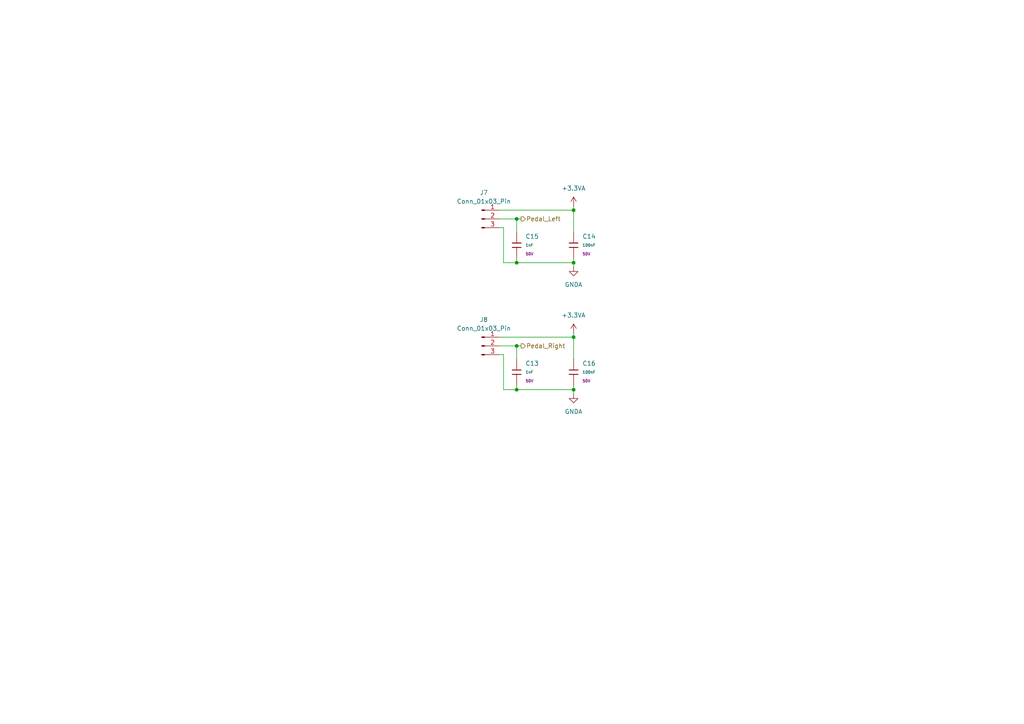
<source format=kicad_sch>
(kicad_sch
	(version 20250114)
	(generator "eeschema")
	(generator_version "9.0")
	(uuid "899a82dd-1867-4c0f-b8cc-f16aad67616f")
	(paper "A4")
	(title_block
		(title "Pedals")
		(date "2025-11-01")
		(rev "0")
		(company "Solar Energy Racers")
	)
	(lib_symbols
		(symbol "Connector:Conn_01x03_Pin"
			(pin_names
				(offset 1.016)
				(hide yes)
			)
			(exclude_from_sim no)
			(in_bom yes)
			(on_board yes)
			(property "Reference" "J"
				(at 0 5.08 0)
				(effects
					(font
						(size 1.27 1.27)
					)
				)
			)
			(property "Value" "Conn_01x03_Pin"
				(at 0 -5.08 0)
				(effects
					(font
						(size 1.27 1.27)
					)
				)
			)
			(property "Footprint" ""
				(at 0 0 0)
				(effects
					(font
						(size 1.27 1.27)
					)
					(hide yes)
				)
			)
			(property "Datasheet" "~"
				(at 0 0 0)
				(effects
					(font
						(size 1.27 1.27)
					)
					(hide yes)
				)
			)
			(property "Description" "Generic connector, single row, 01x03, script generated"
				(at 0 0 0)
				(effects
					(font
						(size 1.27 1.27)
					)
					(hide yes)
				)
			)
			(property "ki_locked" ""
				(at 0 0 0)
				(effects
					(font
						(size 1.27 1.27)
					)
				)
			)
			(property "ki_keywords" "connector"
				(at 0 0 0)
				(effects
					(font
						(size 1.27 1.27)
					)
					(hide yes)
				)
			)
			(property "ki_fp_filters" "Connector*:*_1x??_*"
				(at 0 0 0)
				(effects
					(font
						(size 1.27 1.27)
					)
					(hide yes)
				)
			)
			(symbol "Conn_01x03_Pin_1_1"
				(rectangle
					(start 0.8636 2.667)
					(end 0 2.413)
					(stroke
						(width 0.1524)
						(type default)
					)
					(fill
						(type outline)
					)
				)
				(rectangle
					(start 0.8636 0.127)
					(end 0 -0.127)
					(stroke
						(width 0.1524)
						(type default)
					)
					(fill
						(type outline)
					)
				)
				(rectangle
					(start 0.8636 -2.413)
					(end 0 -2.667)
					(stroke
						(width 0.1524)
						(type default)
					)
					(fill
						(type outline)
					)
				)
				(polyline
					(pts
						(xy 1.27 2.54) (xy 0.8636 2.54)
					)
					(stroke
						(width 0.1524)
						(type default)
					)
					(fill
						(type none)
					)
				)
				(polyline
					(pts
						(xy 1.27 0) (xy 0.8636 0)
					)
					(stroke
						(width 0.1524)
						(type default)
					)
					(fill
						(type none)
					)
				)
				(polyline
					(pts
						(xy 1.27 -2.54) (xy 0.8636 -2.54)
					)
					(stroke
						(width 0.1524)
						(type default)
					)
					(fill
						(type none)
					)
				)
				(pin passive line
					(at 5.08 2.54 180)
					(length 3.81)
					(name "Pin_1"
						(effects
							(font
								(size 1.27 1.27)
							)
						)
					)
					(number "1"
						(effects
							(font
								(size 1.27 1.27)
							)
						)
					)
				)
				(pin passive line
					(at 5.08 0 180)
					(length 3.81)
					(name "Pin_2"
						(effects
							(font
								(size 1.27 1.27)
							)
						)
					)
					(number "2"
						(effects
							(font
								(size 1.27 1.27)
							)
						)
					)
				)
				(pin passive line
					(at 5.08 -2.54 180)
					(length 3.81)
					(name "Pin_3"
						(effects
							(font
								(size 1.27 1.27)
							)
						)
					)
					(number "3"
						(effects
							(font
								(size 1.27 1.27)
							)
						)
					)
				)
			)
			(embedded_fonts no)
		)
		(symbol "PCM_JLCPCB-Capacitors:0603,100nF"
			(pin_numbers
				(hide yes)
			)
			(pin_names
				(offset 0)
			)
			(exclude_from_sim no)
			(in_bom yes)
			(on_board yes)
			(property "Reference" "C"
				(at 2.032 1.668 0)
				(effects
					(font
						(size 1.27 1.27)
					)
					(justify left)
				)
			)
			(property "Value" "100nF"
				(at 2.032 -0.3782 0)
				(effects
					(font
						(size 0.8 0.8)
					)
					(justify left)
				)
			)
			(property "Footprint" "PCM_JLCPCB:C_0603"
				(at -1.778 0 90)
				(effects
					(font
						(size 1.27 1.27)
					)
					(hide yes)
				)
			)
			(property "Datasheet" "https://www.lcsc.com/datasheet/lcsc_datasheet_2211101700_YAGEO-CC0603KRX7R9BB104_C14663.pdf"
				(at 0 0 0)
				(effects
					(font
						(size 1.27 1.27)
					)
					(hide yes)
				)
			)
			(property "Description" "50V 100nF X7R ±10% 0603 Multilayer Ceramic Capacitors MLCC - SMD/SMT ROHS"
				(at 0 0 0)
				(effects
					(font
						(size 1.27 1.27)
					)
					(hide yes)
				)
			)
			(property "LCSC" "C14663"
				(at 0 0 0)
				(effects
					(font
						(size 1.27 1.27)
					)
					(hide yes)
				)
			)
			(property "Stock" "70324515"
				(at 0 0 0)
				(effects
					(font
						(size 1.27 1.27)
					)
					(hide yes)
				)
			)
			(property "Price" "0.006USD"
				(at 0 0 0)
				(effects
					(font
						(size 1.27 1.27)
					)
					(hide yes)
				)
			)
			(property "Process" "SMT"
				(at 0 0 0)
				(effects
					(font
						(size 1.27 1.27)
					)
					(hide yes)
				)
			)
			(property "Minimum Qty" "20"
				(at 0 0 0)
				(effects
					(font
						(size 1.27 1.27)
					)
					(hide yes)
				)
			)
			(property "Attrition Qty" "10"
				(at 0 0 0)
				(effects
					(font
						(size 1.27 1.27)
					)
					(hide yes)
				)
			)
			(property "Class" "Basic Component"
				(at 0 0 0)
				(effects
					(font
						(size 1.27 1.27)
					)
					(hide yes)
				)
			)
			(property "Category" "Capacitors,Multilayer Ceramic Capacitors MLCC - SMD/SMT"
				(at 0 0 0)
				(effects
					(font
						(size 1.27 1.27)
					)
					(hide yes)
				)
			)
			(property "Manufacturer" "YAGEO"
				(at 0 0 0)
				(effects
					(font
						(size 1.27 1.27)
					)
					(hide yes)
				)
			)
			(property "Part" "CC0603KRX7R9BB104"
				(at 0 0 0)
				(effects
					(font
						(size 1.27 1.27)
					)
					(hide yes)
				)
			)
			(property "Voltage Rated" "50V"
				(at 2.032 -2.0462 0)
				(effects
					(font
						(size 0.8 0.8)
					)
					(justify left)
				)
			)
			(property "Tolerance" "±10%"
				(at 0 0 0)
				(effects
					(font
						(size 1.27 1.27)
					)
					(hide yes)
				)
			)
			(property "Capacitance" "100nF"
				(at 0 0 0)
				(effects
					(font
						(size 1.27 1.27)
					)
					(hide yes)
				)
			)
			(property "Temperature Coefficient" "X7R"
				(at 0 0 0)
				(effects
					(font
						(size 1.27 1.27)
					)
					(hide yes)
				)
			)
			(property "ki_fp_filters" "C_*"
				(at 0 0 0)
				(effects
					(font
						(size 1.27 1.27)
					)
					(hide yes)
				)
			)
			(symbol "0603,100nF_0_1"
				(polyline
					(pts
						(xy -1.27 0.635) (xy 1.27 0.635)
					)
					(stroke
						(width 0.254)
						(type default)
					)
					(fill
						(type none)
					)
				)
				(polyline
					(pts
						(xy -1.27 -0.635) (xy 1.27 -0.635)
					)
					(stroke
						(width 0.254)
						(type default)
					)
					(fill
						(type none)
					)
				)
			)
			(symbol "0603,100nF_1_1"
				(pin passive line
					(at 0 3.81 270)
					(length 3.175)
					(name "~"
						(effects
							(font
								(size 1.27 1.27)
							)
						)
					)
					(number "1"
						(effects
							(font
								(size 1.27 1.27)
							)
						)
					)
				)
				(pin passive line
					(at 0 -3.81 90)
					(length 3.175)
					(name "~"
						(effects
							(font
								(size 1.27 1.27)
							)
						)
					)
					(number "2"
						(effects
							(font
								(size 1.27 1.27)
							)
						)
					)
				)
			)
			(embedded_fonts no)
		)
		(symbol "PCM_JLCPCB-Capacitors:0603,1nF"
			(pin_numbers
				(hide yes)
			)
			(pin_names
				(offset 0)
			)
			(exclude_from_sim no)
			(in_bom yes)
			(on_board yes)
			(property "Reference" "C"
				(at 2.032 1.668 0)
				(effects
					(font
						(size 1.27 1.27)
					)
					(justify left)
				)
			)
			(property "Value" "1nF"
				(at 2.032 -0.3782 0)
				(effects
					(font
						(size 0.8 0.8)
					)
					(justify left)
				)
			)
			(property "Footprint" "PCM_JLCPCB:C_0603"
				(at -1.778 0 90)
				(effects
					(font
						(size 1.27 1.27)
					)
					(hide yes)
				)
			)
			(property "Datasheet" "https://www.lcsc.com/datasheet/lcsc_datasheet_2304140030_Samsung-Electro-Mechanics-CL10B102KB8NNNC_C1588.pdf"
				(at 0 0 0)
				(effects
					(font
						(size 1.27 1.27)
					)
					(hide yes)
				)
			)
			(property "Description" "50V 1nF X7R ±10% 0603 Multilayer Ceramic Capacitors MLCC - SMD/SMT ROHS"
				(at 0 0 0)
				(effects
					(font
						(size 1.27 1.27)
					)
					(hide yes)
				)
			)
			(property "LCSC" "C1588"
				(at 0 0 0)
				(effects
					(font
						(size 1.27 1.27)
					)
					(hide yes)
				)
			)
			(property "Stock" "6068974"
				(at 0 0 0)
				(effects
					(font
						(size 1.27 1.27)
					)
					(hide yes)
				)
			)
			(property "Price" "0.006USD"
				(at 0 0 0)
				(effects
					(font
						(size 1.27 1.27)
					)
					(hide yes)
				)
			)
			(property "Process" "SMT"
				(at 0 0 0)
				(effects
					(font
						(size 1.27 1.27)
					)
					(hide yes)
				)
			)
			(property "Minimum Qty" "20"
				(at 0 0 0)
				(effects
					(font
						(size 1.27 1.27)
					)
					(hide yes)
				)
			)
			(property "Attrition Qty" "10"
				(at 0 0 0)
				(effects
					(font
						(size 1.27 1.27)
					)
					(hide yes)
				)
			)
			(property "Class" "Basic Component"
				(at 0 0 0)
				(effects
					(font
						(size 1.27 1.27)
					)
					(hide yes)
				)
			)
			(property "Category" "Capacitors,Multilayer Ceramic Capacitors MLCC - SMD/SMT"
				(at 0 0 0)
				(effects
					(font
						(size 1.27 1.27)
					)
					(hide yes)
				)
			)
			(property "Manufacturer" "Samsung Electro-Mechanics"
				(at 0 0 0)
				(effects
					(font
						(size 1.27 1.27)
					)
					(hide yes)
				)
			)
			(property "Part" "CL10B102KB8NNNC"
				(at 0 0 0)
				(effects
					(font
						(size 1.27 1.27)
					)
					(hide yes)
				)
			)
			(property "Voltage Rated" "50V"
				(at 2.032 -2.0462 0)
				(effects
					(font
						(size 0.8 0.8)
					)
					(justify left)
				)
			)
			(property "Tolerance" "±10%"
				(at 0 0 0)
				(effects
					(font
						(size 1.27 1.27)
					)
					(hide yes)
				)
			)
			(property "Capacitance" "1nF"
				(at 0 0 0)
				(effects
					(font
						(size 1.27 1.27)
					)
					(hide yes)
				)
			)
			(property "Temperature Coefficient" "X7R"
				(at 0 0 0)
				(effects
					(font
						(size 1.27 1.27)
					)
					(hide yes)
				)
			)
			(property "ki_fp_filters" "C_*"
				(at 0 0 0)
				(effects
					(font
						(size 1.27 1.27)
					)
					(hide yes)
				)
			)
			(symbol "0603,1nF_0_1"
				(polyline
					(pts
						(xy -1.27 0.635) (xy 1.27 0.635)
					)
					(stroke
						(width 0.254)
						(type default)
					)
					(fill
						(type none)
					)
				)
				(polyline
					(pts
						(xy -1.27 -0.635) (xy 1.27 -0.635)
					)
					(stroke
						(width 0.254)
						(type default)
					)
					(fill
						(type none)
					)
				)
			)
			(symbol "0603,1nF_1_1"
				(pin passive line
					(at 0 3.81 270)
					(length 3.175)
					(name "~"
						(effects
							(font
								(size 1.27 1.27)
							)
						)
					)
					(number "1"
						(effects
							(font
								(size 1.27 1.27)
							)
						)
					)
				)
				(pin passive line
					(at 0 -3.81 90)
					(length 3.175)
					(name "~"
						(effects
							(font
								(size 1.27 1.27)
							)
						)
					)
					(number "2"
						(effects
							(font
								(size 1.27 1.27)
							)
						)
					)
				)
			)
			(embedded_fonts no)
		)
		(symbol "power:+3.3VA"
			(power)
			(pin_numbers
				(hide yes)
			)
			(pin_names
				(offset 0)
				(hide yes)
			)
			(exclude_from_sim no)
			(in_bom yes)
			(on_board yes)
			(property "Reference" "#PWR"
				(at 0 -3.81 0)
				(effects
					(font
						(size 1.27 1.27)
					)
					(hide yes)
				)
			)
			(property "Value" "+3.3VA"
				(at 0 3.556 0)
				(effects
					(font
						(size 1.27 1.27)
					)
				)
			)
			(property "Footprint" ""
				(at 0 0 0)
				(effects
					(font
						(size 1.27 1.27)
					)
					(hide yes)
				)
			)
			(property "Datasheet" ""
				(at 0 0 0)
				(effects
					(font
						(size 1.27 1.27)
					)
					(hide yes)
				)
			)
			(property "Description" "Power symbol creates a global label with name \"+3.3VA\""
				(at 0 0 0)
				(effects
					(font
						(size 1.27 1.27)
					)
					(hide yes)
				)
			)
			(property "ki_keywords" "global power"
				(at 0 0 0)
				(effects
					(font
						(size 1.27 1.27)
					)
					(hide yes)
				)
			)
			(symbol "+3.3VA_0_1"
				(polyline
					(pts
						(xy -0.762 1.27) (xy 0 2.54)
					)
					(stroke
						(width 0)
						(type default)
					)
					(fill
						(type none)
					)
				)
				(polyline
					(pts
						(xy 0 2.54) (xy 0.762 1.27)
					)
					(stroke
						(width 0)
						(type default)
					)
					(fill
						(type none)
					)
				)
				(polyline
					(pts
						(xy 0 0) (xy 0 2.54)
					)
					(stroke
						(width 0)
						(type default)
					)
					(fill
						(type none)
					)
				)
			)
			(symbol "+3.3VA_1_1"
				(pin power_in line
					(at 0 0 90)
					(length 0)
					(name "~"
						(effects
							(font
								(size 1.27 1.27)
							)
						)
					)
					(number "1"
						(effects
							(font
								(size 1.27 1.27)
							)
						)
					)
				)
			)
			(embedded_fonts no)
		)
		(symbol "power:GNDA"
			(power)
			(pin_numbers
				(hide yes)
			)
			(pin_names
				(offset 0)
				(hide yes)
			)
			(exclude_from_sim no)
			(in_bom yes)
			(on_board yes)
			(property "Reference" "#PWR"
				(at 0 -6.35 0)
				(effects
					(font
						(size 1.27 1.27)
					)
					(hide yes)
				)
			)
			(property "Value" "GNDA"
				(at 0 -3.81 0)
				(effects
					(font
						(size 1.27 1.27)
					)
				)
			)
			(property "Footprint" ""
				(at 0 0 0)
				(effects
					(font
						(size 1.27 1.27)
					)
					(hide yes)
				)
			)
			(property "Datasheet" ""
				(at 0 0 0)
				(effects
					(font
						(size 1.27 1.27)
					)
					(hide yes)
				)
			)
			(property "Description" "Power symbol creates a global label with name \"GNDA\" , analog ground"
				(at 0 0 0)
				(effects
					(font
						(size 1.27 1.27)
					)
					(hide yes)
				)
			)
			(property "ki_keywords" "global power"
				(at 0 0 0)
				(effects
					(font
						(size 1.27 1.27)
					)
					(hide yes)
				)
			)
			(symbol "GNDA_0_1"
				(polyline
					(pts
						(xy 0 0) (xy 0 -1.27) (xy 1.27 -1.27) (xy 0 -2.54) (xy -1.27 -1.27) (xy 0 -1.27)
					)
					(stroke
						(width 0)
						(type default)
					)
					(fill
						(type none)
					)
				)
			)
			(symbol "GNDA_1_1"
				(pin power_in line
					(at 0 0 270)
					(length 0)
					(name "~"
						(effects
							(font
								(size 1.27 1.27)
							)
						)
					)
					(number "1"
						(effects
							(font
								(size 1.27 1.27)
							)
						)
					)
				)
			)
			(embedded_fonts no)
		)
	)
	(junction
		(at 166.37 113.03)
		(diameter 0)
		(color 0 0 0 0)
		(uuid "466289f9-bcc2-4a31-8479-7da64fc4fe19")
	)
	(junction
		(at 149.86 76.2)
		(diameter 0)
		(color 0 0 0 0)
		(uuid "5248a156-3ce8-4afb-85f1-5987c731f5c9")
	)
	(junction
		(at 166.37 97.79)
		(diameter 0)
		(color 0 0 0 0)
		(uuid "5e0a0fa3-ec9e-4407-a40b-4ce6f4cdfcdc")
	)
	(junction
		(at 149.86 100.33)
		(diameter 0)
		(color 0 0 0 0)
		(uuid "9099a601-86fc-42a3-96a1-af8974d0dcf8")
	)
	(junction
		(at 166.37 76.2)
		(diameter 0)
		(color 0 0 0 0)
		(uuid "9453a4d5-c03b-476d-a552-4dc9e39d7dab")
	)
	(junction
		(at 149.86 63.5)
		(diameter 0)
		(color 0 0 0 0)
		(uuid "c3f30a58-6edc-4d87-ab10-29001a79aed7")
	)
	(junction
		(at 149.86 113.03)
		(diameter 0)
		(color 0 0 0 0)
		(uuid "d15f038d-84f3-4a61-a9cf-724b13ec1090")
	)
	(junction
		(at 166.37 60.96)
		(diameter 0)
		(color 0 0 0 0)
		(uuid "f7db53b8-cbdb-427d-9381-3774d3955763")
	)
	(wire
		(pts
			(xy 149.86 63.5) (xy 151.13 63.5)
		)
		(stroke
			(width 0)
			(type default)
		)
		(uuid "087312d7-685d-4fd0-88de-071abf8a84ae")
	)
	(wire
		(pts
			(xy 149.86 76.2) (xy 166.37 76.2)
		)
		(stroke
			(width 0)
			(type default)
		)
		(uuid "0b28740c-9f6a-49bf-936d-f3d6a5c4c113")
	)
	(wire
		(pts
			(xy 149.86 74.93) (xy 149.86 76.2)
		)
		(stroke
			(width 0)
			(type default)
		)
		(uuid "1239d0f2-21dd-4674-8c6e-0d4cf74db2ee")
	)
	(wire
		(pts
			(xy 149.86 113.03) (xy 166.37 113.03)
		)
		(stroke
			(width 0)
			(type default)
		)
		(uuid "24da7d24-6636-4045-b5bd-1a88dc3cabdb")
	)
	(wire
		(pts
			(xy 146.05 102.87) (xy 144.78 102.87)
		)
		(stroke
			(width 0)
			(type default)
		)
		(uuid "27670426-32cb-4126-bb55-6239eda6605f")
	)
	(wire
		(pts
			(xy 149.86 100.33) (xy 151.13 100.33)
		)
		(stroke
			(width 0)
			(type default)
		)
		(uuid "2b35c5e5-4505-4929-9cb8-7c3d7fd1d94c")
	)
	(wire
		(pts
			(xy 146.05 76.2) (xy 146.05 66.04)
		)
		(stroke
			(width 0)
			(type default)
		)
		(uuid "318ffe95-972f-4b7a-a7c2-ba3a7df7b4f7")
	)
	(wire
		(pts
			(xy 146.05 76.2) (xy 149.86 76.2)
		)
		(stroke
			(width 0)
			(type default)
		)
		(uuid "3943ff96-186a-4a4b-bca3-2bff626e38ea")
	)
	(wire
		(pts
			(xy 149.86 111.76) (xy 149.86 113.03)
		)
		(stroke
			(width 0)
			(type default)
		)
		(uuid "3ef65f2b-9145-4e98-9d7a-abc331697679")
	)
	(wire
		(pts
			(xy 166.37 60.96) (xy 166.37 67.31)
		)
		(stroke
			(width 0)
			(type default)
		)
		(uuid "4f736a1e-a2d6-432e-b148-766475c57f06")
	)
	(wire
		(pts
			(xy 144.78 60.96) (xy 166.37 60.96)
		)
		(stroke
			(width 0)
			(type default)
		)
		(uuid "5d2f192d-2afe-410e-843a-33cc53d6330e")
	)
	(wire
		(pts
			(xy 144.78 63.5) (xy 149.86 63.5)
		)
		(stroke
			(width 0)
			(type default)
		)
		(uuid "65108bbf-6e45-4133-86f0-0bc416ae38fe")
	)
	(wire
		(pts
			(xy 166.37 113.03) (xy 166.37 114.3)
		)
		(stroke
			(width 0)
			(type default)
		)
		(uuid "806b9737-6913-4dd8-b7c5-97bf104d750d")
	)
	(wire
		(pts
			(xy 146.05 113.03) (xy 149.86 113.03)
		)
		(stroke
			(width 0)
			(type default)
		)
		(uuid "8d36323d-8ff2-4ce0-b8fd-4c98a95d445b")
	)
	(wire
		(pts
			(xy 146.05 66.04) (xy 144.78 66.04)
		)
		(stroke
			(width 0)
			(type default)
		)
		(uuid "9dfc265d-b727-4fe4-9ca6-cb713f23a1fe")
	)
	(wire
		(pts
			(xy 144.78 100.33) (xy 149.86 100.33)
		)
		(stroke
			(width 0)
			(type default)
		)
		(uuid "ae70e30d-f0e7-4737-afc0-85b6a2904200")
	)
	(wire
		(pts
			(xy 146.05 113.03) (xy 146.05 102.87)
		)
		(stroke
			(width 0)
			(type default)
		)
		(uuid "b51085eb-df9c-45f4-afa5-d26421a8aa1f")
	)
	(wire
		(pts
			(xy 166.37 74.93) (xy 166.37 76.2)
		)
		(stroke
			(width 0)
			(type default)
		)
		(uuid "b8005ddd-433c-4b1b-9e26-7ec50004c0cd")
	)
	(wire
		(pts
			(xy 166.37 76.2) (xy 166.37 77.47)
		)
		(stroke
			(width 0)
			(type default)
		)
		(uuid "bd148646-de0d-40e1-919d-8e38761698be")
	)
	(wire
		(pts
			(xy 166.37 97.79) (xy 166.37 96.52)
		)
		(stroke
			(width 0)
			(type default)
		)
		(uuid "c5c02bda-c8e9-4115-88cc-93368f398b73")
	)
	(wire
		(pts
			(xy 166.37 60.96) (xy 166.37 59.69)
		)
		(stroke
			(width 0)
			(type default)
		)
		(uuid "d478d396-a9f8-4069-a72f-6cbe88e073cb")
	)
	(wire
		(pts
			(xy 166.37 111.76) (xy 166.37 113.03)
		)
		(stroke
			(width 0)
			(type default)
		)
		(uuid "d5ad302b-bbe6-4560-bc0e-9b661ab0ea7d")
	)
	(wire
		(pts
			(xy 149.86 63.5) (xy 149.86 67.31)
		)
		(stroke
			(width 0)
			(type default)
		)
		(uuid "d6b3bfe6-026b-465a-831e-c6cc55abd627")
	)
	(wire
		(pts
			(xy 166.37 97.79) (xy 166.37 104.14)
		)
		(stroke
			(width 0)
			(type default)
		)
		(uuid "d85ebb97-9283-42c7-a7d9-6206efbd6f9f")
	)
	(wire
		(pts
			(xy 144.78 97.79) (xy 166.37 97.79)
		)
		(stroke
			(width 0)
			(type default)
		)
		(uuid "e55672af-a3e6-4f5c-8320-c8225da9f4ea")
	)
	(wire
		(pts
			(xy 149.86 100.33) (xy 149.86 104.14)
		)
		(stroke
			(width 0)
			(type default)
		)
		(uuid "fff37aee-9543-4a39-afa1-44a8ef772939")
	)
	(hierarchical_label "Pedal_Left"
		(shape output)
		(at 151.13 63.5 0)
		(effects
			(font
				(size 1.27 1.27)
			)
			(justify left)
		)
		(uuid "06076839-9db8-4de0-8cfa-8b4c21eba1ed")
	)
	(hierarchical_label "Pedal_Right"
		(shape output)
		(at 151.13 100.33 0)
		(effects
			(font
				(size 1.27 1.27)
			)
			(justify left)
		)
		(uuid "41b811f5-6864-4558-a49f-af999a7de84c")
	)
	(symbol
		(lib_id "power:+3.3VA")
		(at 166.37 59.69 0)
		(unit 1)
		(exclude_from_sim no)
		(in_bom yes)
		(on_board yes)
		(dnp no)
		(fields_autoplaced yes)
		(uuid "339ca95a-671c-48c2-95de-92fc278858c1")
		(property "Reference" "#PWR068"
			(at 166.37 63.5 0)
			(effects
				(font
					(size 1.27 1.27)
				)
				(hide yes)
			)
		)
		(property "Value" "+3.3VA"
			(at 166.37 54.61 0)
			(effects
				(font
					(size 1.27 1.27)
				)
			)
		)
		(property "Footprint" ""
			(at 166.37 59.69 0)
			(effects
				(font
					(size 1.27 1.27)
				)
				(hide yes)
			)
		)
		(property "Datasheet" ""
			(at 166.37 59.69 0)
			(effects
				(font
					(size 1.27 1.27)
				)
				(hide yes)
			)
		)
		(property "Description" "Power symbol creates a global label with name \"+3.3VA\""
			(at 166.37 59.69 0)
			(effects
				(font
					(size 1.27 1.27)
				)
				(hide yes)
			)
		)
		(pin "1"
			(uuid "656bce11-a943-426a-aa20-84c2fa42b542")
		)
		(instances
			(project "AuxController"
				(path "/9544068f-39f5-4662-8d0e-f77047cf820d/60171490-a463-49e0-9341-08c0e14b5a8d"
					(reference "#PWR068")
					(unit 1)
				)
			)
		)
	)
	(symbol
		(lib_id "power:GNDA")
		(at 166.37 114.3 0)
		(unit 1)
		(exclude_from_sim no)
		(in_bom yes)
		(on_board yes)
		(dnp no)
		(fields_autoplaced yes)
		(uuid "5ec2adb5-39aa-40f3-93ca-d33fe439fe24")
		(property "Reference" "#PWR071"
			(at 166.37 120.65 0)
			(effects
				(font
					(size 1.27 1.27)
				)
				(hide yes)
			)
		)
		(property "Value" "GNDA"
			(at 166.37 119.38 0)
			(effects
				(font
					(size 1.27 1.27)
				)
			)
		)
		(property "Footprint" ""
			(at 166.37 114.3 0)
			(effects
				(font
					(size 1.27 1.27)
				)
				(hide yes)
			)
		)
		(property "Datasheet" ""
			(at 166.37 114.3 0)
			(effects
				(font
					(size 1.27 1.27)
				)
				(hide yes)
			)
		)
		(property "Description" "Power symbol creates a global label with name \"GNDA\" , analog ground"
			(at 166.37 114.3 0)
			(effects
				(font
					(size 1.27 1.27)
				)
				(hide yes)
			)
		)
		(pin "1"
			(uuid "21e4d104-76ea-4ade-aa17-03c16d2b13e1")
		)
		(instances
			(project ""
				(path "/9544068f-39f5-4662-8d0e-f77047cf820d/60171490-a463-49e0-9341-08c0e14b5a8d"
					(reference "#PWR071")
					(unit 1)
				)
			)
		)
	)
	(symbol
		(lib_id "PCM_JLCPCB-Capacitors:0603,1nF")
		(at 149.86 71.12 0)
		(unit 1)
		(exclude_from_sim no)
		(in_bom yes)
		(on_board yes)
		(dnp no)
		(fields_autoplaced yes)
		(uuid "6658a2f9-fa60-4138-a181-7c6863a85833")
		(property "Reference" "C15"
			(at 152.4 68.5799 0)
			(effects
				(font
					(size 1.27 1.27)
				)
				(justify left)
			)
		)
		(property "Value" "1nF"
			(at 152.4 71.12 0)
			(effects
				(font
					(size 0.8 0.8)
				)
				(justify left)
			)
		)
		(property "Footprint" "PCM_JLCPCB:C_0603"
			(at 148.082 71.12 90)
			(effects
				(font
					(size 1.27 1.27)
				)
				(hide yes)
			)
		)
		(property "Datasheet" "https://www.lcsc.com/datasheet/lcsc_datasheet_2304140030_Samsung-Electro-Mechanics-CL10B102KB8NNNC_C1588.pdf"
			(at 149.86 71.12 0)
			(effects
				(font
					(size 1.27 1.27)
				)
				(hide yes)
			)
		)
		(property "Description" "50V 1nF X7R ±10% 0603 Multilayer Ceramic Capacitors MLCC - SMD/SMT ROHS"
			(at 149.86 71.12 0)
			(effects
				(font
					(size 1.27 1.27)
				)
				(hide yes)
			)
		)
		(property "LCSC" "C1588"
			(at 149.86 71.12 0)
			(effects
				(font
					(size 1.27 1.27)
				)
				(hide yes)
			)
		)
		(property "Stock" "6068974"
			(at 149.86 71.12 0)
			(effects
				(font
					(size 1.27 1.27)
				)
				(hide yes)
			)
		)
		(property "Price" "0.006USD"
			(at 149.86 71.12 0)
			(effects
				(font
					(size 1.27 1.27)
				)
				(hide yes)
			)
		)
		(property "Process" "SMT"
			(at 149.86 71.12 0)
			(effects
				(font
					(size 1.27 1.27)
				)
				(hide yes)
			)
		)
		(property "Minimum Qty" "20"
			(at 149.86 71.12 0)
			(effects
				(font
					(size 1.27 1.27)
				)
				(hide yes)
			)
		)
		(property "Attrition Qty" "10"
			(at 149.86 71.12 0)
			(effects
				(font
					(size 1.27 1.27)
				)
				(hide yes)
			)
		)
		(property "Class" "Basic Component"
			(at 149.86 71.12 0)
			(effects
				(font
					(size 1.27 1.27)
				)
				(hide yes)
			)
		)
		(property "Category" "Capacitors,Multilayer Ceramic Capacitors MLCC - SMD/SMT"
			(at 149.86 71.12 0)
			(effects
				(font
					(size 1.27 1.27)
				)
				(hide yes)
			)
		)
		(property "Manufacturer" "Samsung Electro-Mechanics"
			(at 149.86 71.12 0)
			(effects
				(font
					(size 1.27 1.27)
				)
				(hide yes)
			)
		)
		(property "Part" "CL10B102KB8NNNC"
			(at 149.86 71.12 0)
			(effects
				(font
					(size 1.27 1.27)
				)
				(hide yes)
			)
		)
		(property "Voltage Rated" "50V"
			(at 152.4 73.66 0)
			(effects
				(font
					(size 0.8 0.8)
				)
				(justify left)
			)
		)
		(property "Tolerance" "±10%"
			(at 149.86 71.12 0)
			(effects
				(font
					(size 1.27 1.27)
				)
				(hide yes)
			)
		)
		(property "Capacitance" "1nF"
			(at 149.86 71.12 0)
			(effects
				(font
					(size 1.27 1.27)
				)
				(hide yes)
			)
		)
		(property "Temperature Coefficient" "X7R"
			(at 149.86 71.12 0)
			(effects
				(font
					(size 1.27 1.27)
				)
				(hide yes)
			)
		)
		(pin "2"
			(uuid "90717c98-0c1c-45de-83e2-2a9773595334")
		)
		(pin "1"
			(uuid "b5255201-df63-4597-be87-c928a540c3cb")
		)
		(instances
			(project ""
				(path "/9544068f-39f5-4662-8d0e-f77047cf820d/60171490-a463-49e0-9341-08c0e14b5a8d"
					(reference "C15")
					(unit 1)
				)
			)
		)
	)
	(symbol
		(lib_id "Connector:Conn_01x03_Pin")
		(at 139.7 100.33 0)
		(unit 1)
		(exclude_from_sim no)
		(in_bom yes)
		(on_board yes)
		(dnp no)
		(fields_autoplaced yes)
		(uuid "6f8c488c-5135-40f6-8971-5fdf2a4e59a7")
		(property "Reference" "J8"
			(at 140.335 92.71 0)
			(effects
				(font
					(size 1.27 1.27)
				)
			)
		)
		(property "Value" "Conn_01x03_Pin"
			(at 140.335 95.25 0)
			(effects
				(font
					(size 1.27 1.27)
				)
			)
		)
		(property "Footprint" "Connector_PinHeader_2.54mm:PinHeader_1x03_P2.54mm_Vertical"
			(at 139.7 100.33 0)
			(effects
				(font
					(size 1.27 1.27)
				)
				(hide yes)
			)
		)
		(property "Datasheet" "~"
			(at 139.7 100.33 0)
			(effects
				(font
					(size 1.27 1.27)
				)
				(hide yes)
			)
		)
		(property "Description" "Generic connector, single row, 01x03, script generated"
			(at 139.7 100.33 0)
			(effects
				(font
					(size 1.27 1.27)
				)
				(hide yes)
			)
		)
		(pin "2"
			(uuid "8438778d-541f-4d03-9904-202163a3cd3c")
		)
		(pin "1"
			(uuid "6f9d40a8-5787-49e7-901e-1f118f2e0552")
		)
		(pin "3"
			(uuid "3c2a1ad5-48bb-4c1a-b551-a9020cc8b537")
		)
		(instances
			(project "AuxController"
				(path "/9544068f-39f5-4662-8d0e-f77047cf820d/60171490-a463-49e0-9341-08c0e14b5a8d"
					(reference "J8")
					(unit 1)
				)
			)
		)
	)
	(symbol
		(lib_id "PCM_JLCPCB-Capacitors:0603,100nF")
		(at 166.37 71.12 0)
		(unit 1)
		(exclude_from_sim no)
		(in_bom yes)
		(on_board yes)
		(dnp no)
		(fields_autoplaced yes)
		(uuid "793c972b-c52a-4f4b-a385-b3dbe783afdb")
		(property "Reference" "C14"
			(at 168.91 68.5799 0)
			(effects
				(font
					(size 1.27 1.27)
				)
				(justify left)
			)
		)
		(property "Value" "100nF"
			(at 168.91 71.12 0)
			(effects
				(font
					(size 0.8 0.8)
				)
				(justify left)
			)
		)
		(property "Footprint" "PCM_JLCPCB:C_0603"
			(at 164.592 71.12 90)
			(effects
				(font
					(size 1.27 1.27)
				)
				(hide yes)
			)
		)
		(property "Datasheet" "https://www.lcsc.com/datasheet/lcsc_datasheet_2211101700_YAGEO-CC0603KRX7R9BB104_C14663.pdf"
			(at 166.37 71.12 0)
			(effects
				(font
					(size 1.27 1.27)
				)
				(hide yes)
			)
		)
		(property "Description" "50V 100nF X7R ±10% 0603 Multilayer Ceramic Capacitors MLCC - SMD/SMT ROHS"
			(at 166.37 71.12 0)
			(effects
				(font
					(size 1.27 1.27)
				)
				(hide yes)
			)
		)
		(property "LCSC" "C14663"
			(at 166.37 71.12 0)
			(effects
				(font
					(size 1.27 1.27)
				)
				(hide yes)
			)
		)
		(property "Stock" "70324515"
			(at 166.37 71.12 0)
			(effects
				(font
					(size 1.27 1.27)
				)
				(hide yes)
			)
		)
		(property "Price" "0.006USD"
			(at 166.37 71.12 0)
			(effects
				(font
					(size 1.27 1.27)
				)
				(hide yes)
			)
		)
		(property "Process" "SMT"
			(at 166.37 71.12 0)
			(effects
				(font
					(size 1.27 1.27)
				)
				(hide yes)
			)
		)
		(property "Minimum Qty" "20"
			(at 166.37 71.12 0)
			(effects
				(font
					(size 1.27 1.27)
				)
				(hide yes)
			)
		)
		(property "Attrition Qty" "10"
			(at 166.37 71.12 0)
			(effects
				(font
					(size 1.27 1.27)
				)
				(hide yes)
			)
		)
		(property "Class" "Basic Component"
			(at 166.37 71.12 0)
			(effects
				(font
					(size 1.27 1.27)
				)
				(hide yes)
			)
		)
		(property "Category" "Capacitors,Multilayer Ceramic Capacitors MLCC - SMD/SMT"
			(at 166.37 71.12 0)
			(effects
				(font
					(size 1.27 1.27)
				)
				(hide yes)
			)
		)
		(property "Manufacturer" "YAGEO"
			(at 166.37 71.12 0)
			(effects
				(font
					(size 1.27 1.27)
				)
				(hide yes)
			)
		)
		(property "Part" "CC0603KRX7R9BB104"
			(at 166.37 71.12 0)
			(effects
				(font
					(size 1.27 1.27)
				)
				(hide yes)
			)
		)
		(property "Voltage Rated" "50V"
			(at 168.91 73.66 0)
			(effects
				(font
					(size 0.8 0.8)
				)
				(justify left)
			)
		)
		(property "Tolerance" "±10%"
			(at 166.37 71.12 0)
			(effects
				(font
					(size 1.27 1.27)
				)
				(hide yes)
			)
		)
		(property "Capacitance" "100nF"
			(at 166.37 71.12 0)
			(effects
				(font
					(size 1.27 1.27)
				)
				(hide yes)
			)
		)
		(property "Temperature Coefficient" "X7R"
			(at 166.37 71.12 0)
			(effects
				(font
					(size 1.27 1.27)
				)
				(hide yes)
			)
		)
		(pin "2"
			(uuid "ac146759-9f69-4d15-88c4-ed0f63a12827")
		)
		(pin "1"
			(uuid "433b5193-b6b3-4e37-8189-be026ed2579a")
		)
		(instances
			(project "AuxController"
				(path "/9544068f-39f5-4662-8d0e-f77047cf820d/60171490-a463-49e0-9341-08c0e14b5a8d"
					(reference "C14")
					(unit 1)
				)
			)
		)
	)
	(symbol
		(lib_id "PCM_JLCPCB-Capacitors:0603,1nF")
		(at 149.86 107.95 0)
		(unit 1)
		(exclude_from_sim no)
		(in_bom yes)
		(on_board yes)
		(dnp no)
		(fields_autoplaced yes)
		(uuid "a3eac1e3-e41b-447f-a811-11d884c9cebc")
		(property "Reference" "C13"
			(at 152.4 105.4099 0)
			(effects
				(font
					(size 1.27 1.27)
				)
				(justify left)
			)
		)
		(property "Value" "1nF"
			(at 152.4 107.95 0)
			(effects
				(font
					(size 0.8 0.8)
				)
				(justify left)
			)
		)
		(property "Footprint" "PCM_JLCPCB:C_0603"
			(at 148.082 107.95 90)
			(effects
				(font
					(size 1.27 1.27)
				)
				(hide yes)
			)
		)
		(property "Datasheet" "https://www.lcsc.com/datasheet/lcsc_datasheet_2304140030_Samsung-Electro-Mechanics-CL10B102KB8NNNC_C1588.pdf"
			(at 149.86 107.95 0)
			(effects
				(font
					(size 1.27 1.27)
				)
				(hide yes)
			)
		)
		(property "Description" "50V 1nF X7R ±10% 0603 Multilayer Ceramic Capacitors MLCC - SMD/SMT ROHS"
			(at 149.86 107.95 0)
			(effects
				(font
					(size 1.27 1.27)
				)
				(hide yes)
			)
		)
		(property "LCSC" "C1588"
			(at 149.86 107.95 0)
			(effects
				(font
					(size 1.27 1.27)
				)
				(hide yes)
			)
		)
		(property "Stock" "6068974"
			(at 149.86 107.95 0)
			(effects
				(font
					(size 1.27 1.27)
				)
				(hide yes)
			)
		)
		(property "Price" "0.006USD"
			(at 149.86 107.95 0)
			(effects
				(font
					(size 1.27 1.27)
				)
				(hide yes)
			)
		)
		(property "Process" "SMT"
			(at 149.86 107.95 0)
			(effects
				(font
					(size 1.27 1.27)
				)
				(hide yes)
			)
		)
		(property "Minimum Qty" "20"
			(at 149.86 107.95 0)
			(effects
				(font
					(size 1.27 1.27)
				)
				(hide yes)
			)
		)
		(property "Attrition Qty" "10"
			(at 149.86 107.95 0)
			(effects
				(font
					(size 1.27 1.27)
				)
				(hide yes)
			)
		)
		(property "Class" "Basic Component"
			(at 149.86 107.95 0)
			(effects
				(font
					(size 1.27 1.27)
				)
				(hide yes)
			)
		)
		(property "Category" "Capacitors,Multilayer Ceramic Capacitors MLCC - SMD/SMT"
			(at 149.86 107.95 0)
			(effects
				(font
					(size 1.27 1.27)
				)
				(hide yes)
			)
		)
		(property "Manufacturer" "Samsung Electro-Mechanics"
			(at 149.86 107.95 0)
			(effects
				(font
					(size 1.27 1.27)
				)
				(hide yes)
			)
		)
		(property "Part" "CL10B102KB8NNNC"
			(at 149.86 107.95 0)
			(effects
				(font
					(size 1.27 1.27)
				)
				(hide yes)
			)
		)
		(property "Voltage Rated" "50V"
			(at 152.4 110.49 0)
			(effects
				(font
					(size 0.8 0.8)
				)
				(justify left)
			)
		)
		(property "Tolerance" "±10%"
			(at 149.86 107.95 0)
			(effects
				(font
					(size 1.27 1.27)
				)
				(hide yes)
			)
		)
		(property "Capacitance" "1nF"
			(at 149.86 107.95 0)
			(effects
				(font
					(size 1.27 1.27)
				)
				(hide yes)
			)
		)
		(property "Temperature Coefficient" "X7R"
			(at 149.86 107.95 0)
			(effects
				(font
					(size 1.27 1.27)
				)
				(hide yes)
			)
		)
		(pin "2"
			(uuid "90717c98-0c1c-45de-83e2-2a9773595335")
		)
		(pin "1"
			(uuid "b5255201-df63-4597-be87-c928a540c3cc")
		)
		(instances
			(project ""
				(path "/9544068f-39f5-4662-8d0e-f77047cf820d/60171490-a463-49e0-9341-08c0e14b5a8d"
					(reference "C13")
					(unit 1)
				)
			)
		)
	)
	(symbol
		(lib_id "power:GNDA")
		(at 166.37 77.47 0)
		(unit 1)
		(exclude_from_sim no)
		(in_bom yes)
		(on_board yes)
		(dnp no)
		(fields_autoplaced yes)
		(uuid "a8c448c0-b7f0-4ee1-9d78-74a923018ec3")
		(property "Reference" "#PWR069"
			(at 166.37 83.82 0)
			(effects
				(font
					(size 1.27 1.27)
				)
				(hide yes)
			)
		)
		(property "Value" "GNDA"
			(at 166.37 82.55 0)
			(effects
				(font
					(size 1.27 1.27)
				)
			)
		)
		(property "Footprint" ""
			(at 166.37 77.47 0)
			(effects
				(font
					(size 1.27 1.27)
				)
				(hide yes)
			)
		)
		(property "Datasheet" ""
			(at 166.37 77.47 0)
			(effects
				(font
					(size 1.27 1.27)
				)
				(hide yes)
			)
		)
		(property "Description" "Power symbol creates a global label with name \"GNDA\" , analog ground"
			(at 166.37 77.47 0)
			(effects
				(font
					(size 1.27 1.27)
				)
				(hide yes)
			)
		)
		(pin "1"
			(uuid "21e4d104-76ea-4ade-aa17-03c16d2b13e2")
		)
		(instances
			(project ""
				(path "/9544068f-39f5-4662-8d0e-f77047cf820d/60171490-a463-49e0-9341-08c0e14b5a8d"
					(reference "#PWR069")
					(unit 1)
				)
			)
		)
	)
	(symbol
		(lib_id "PCM_JLCPCB-Capacitors:0603,100nF")
		(at 166.37 107.95 0)
		(unit 1)
		(exclude_from_sim no)
		(in_bom yes)
		(on_board yes)
		(dnp no)
		(fields_autoplaced yes)
		(uuid "b34e1e82-3d09-413b-9c41-63170c9a963c")
		(property "Reference" "C16"
			(at 168.91 105.4099 0)
			(effects
				(font
					(size 1.27 1.27)
				)
				(justify left)
			)
		)
		(property "Value" "100nF"
			(at 168.91 107.95 0)
			(effects
				(font
					(size 0.8 0.8)
				)
				(justify left)
			)
		)
		(property "Footprint" "PCM_JLCPCB:C_0603"
			(at 164.592 107.95 90)
			(effects
				(font
					(size 1.27 1.27)
				)
				(hide yes)
			)
		)
		(property "Datasheet" "https://www.lcsc.com/datasheet/lcsc_datasheet_2211101700_YAGEO-CC0603KRX7R9BB104_C14663.pdf"
			(at 166.37 107.95 0)
			(effects
				(font
					(size 1.27 1.27)
				)
				(hide yes)
			)
		)
		(property "Description" "50V 100nF X7R ±10% 0603 Multilayer Ceramic Capacitors MLCC - SMD/SMT ROHS"
			(at 166.37 107.95 0)
			(effects
				(font
					(size 1.27 1.27)
				)
				(hide yes)
			)
		)
		(property "LCSC" "C14663"
			(at 166.37 107.95 0)
			(effects
				(font
					(size 1.27 1.27)
				)
				(hide yes)
			)
		)
		(property "Stock" "70324515"
			(at 166.37 107.95 0)
			(effects
				(font
					(size 1.27 1.27)
				)
				(hide yes)
			)
		)
		(property "Price" "0.006USD"
			(at 166.37 107.95 0)
			(effects
				(font
					(size 1.27 1.27)
				)
				(hide yes)
			)
		)
		(property "Process" "SMT"
			(at 166.37 107.95 0)
			(effects
				(font
					(size 1.27 1.27)
				)
				(hide yes)
			)
		)
		(property "Minimum Qty" "20"
			(at 166.37 107.95 0)
			(effects
				(font
					(size 1.27 1.27)
				)
				(hide yes)
			)
		)
		(property "Attrition Qty" "10"
			(at 166.37 107.95 0)
			(effects
				(font
					(size 1.27 1.27)
				)
				(hide yes)
			)
		)
		(property "Class" "Basic Component"
			(at 166.37 107.95 0)
			(effects
				(font
					(size 1.27 1.27)
				)
				(hide yes)
			)
		)
		(property "Category" "Capacitors,Multilayer Ceramic Capacitors MLCC - SMD/SMT"
			(at 166.37 107.95 0)
			(effects
				(font
					(size 1.27 1.27)
				)
				(hide yes)
			)
		)
		(property "Manufacturer" "YAGEO"
			(at 166.37 107.95 0)
			(effects
				(font
					(size 1.27 1.27)
				)
				(hide yes)
			)
		)
		(property "Part" "CC0603KRX7R9BB104"
			(at 166.37 107.95 0)
			(effects
				(font
					(size 1.27 1.27)
				)
				(hide yes)
			)
		)
		(property "Voltage Rated" "50V"
			(at 168.91 110.49 0)
			(effects
				(font
					(size 0.8 0.8)
				)
				(justify left)
			)
		)
		(property "Tolerance" "±10%"
			(at 166.37 107.95 0)
			(effects
				(font
					(size 1.27 1.27)
				)
				(hide yes)
			)
		)
		(property "Capacitance" "100nF"
			(at 166.37 107.95 0)
			(effects
				(font
					(size 1.27 1.27)
				)
				(hide yes)
			)
		)
		(property "Temperature Coefficient" "X7R"
			(at 166.37 107.95 0)
			(effects
				(font
					(size 1.27 1.27)
				)
				(hide yes)
			)
		)
		(pin "2"
			(uuid "c8ff85b8-7ce7-4474-96e9-472c5e930240")
		)
		(pin "1"
			(uuid "0167b615-482a-46e3-9e07-9aa0ad9f9741")
		)
		(instances
			(project "AuxController"
				(path "/9544068f-39f5-4662-8d0e-f77047cf820d/60171490-a463-49e0-9341-08c0e14b5a8d"
					(reference "C16")
					(unit 1)
				)
			)
		)
	)
	(symbol
		(lib_id "Connector:Conn_01x03_Pin")
		(at 139.7 63.5 0)
		(unit 1)
		(exclude_from_sim no)
		(in_bom yes)
		(on_board yes)
		(dnp no)
		(fields_autoplaced yes)
		(uuid "bb11baa2-50c6-4d80-bd3f-d3eb174304be")
		(property "Reference" "J7"
			(at 140.335 55.88 0)
			(effects
				(font
					(size 1.27 1.27)
				)
			)
		)
		(property "Value" "Conn_01x03_Pin"
			(at 140.335 58.42 0)
			(effects
				(font
					(size 1.27 1.27)
				)
			)
		)
		(property "Footprint" "Connector_PinHeader_2.54mm:PinHeader_1x03_P2.54mm_Vertical"
			(at 139.7 63.5 0)
			(effects
				(font
					(size 1.27 1.27)
				)
				(hide yes)
			)
		)
		(property "Datasheet" "~"
			(at 139.7 63.5 0)
			(effects
				(font
					(size 1.27 1.27)
				)
				(hide yes)
			)
		)
		(property "Description" "Generic connector, single row, 01x03, script generated"
			(at 139.7 63.5 0)
			(effects
				(font
					(size 1.27 1.27)
				)
				(hide yes)
			)
		)
		(pin "2"
			(uuid "7eea0784-5e70-4d0d-b295-9a83333e1ca0")
		)
		(pin "1"
			(uuid "468cfead-0677-4368-a774-64a72f82f4da")
		)
		(pin "3"
			(uuid "50198eee-5c20-4f58-aa47-1eebe1bb54b4")
		)
		(instances
			(project "AuxController"
				(path "/9544068f-39f5-4662-8d0e-f77047cf820d/60171490-a463-49e0-9341-08c0e14b5a8d"
					(reference "J7")
					(unit 1)
				)
			)
		)
	)
	(symbol
		(lib_id "power:+3.3VA")
		(at 166.37 96.52 0)
		(unit 1)
		(exclude_from_sim no)
		(in_bom yes)
		(on_board yes)
		(dnp no)
		(fields_autoplaced yes)
		(uuid "d779fdeb-ce68-43b8-900b-36ba762bf9ff")
		(property "Reference" "#PWR070"
			(at 166.37 100.33 0)
			(effects
				(font
					(size 1.27 1.27)
				)
				(hide yes)
			)
		)
		(property "Value" "+3.3VA"
			(at 166.37 91.44 0)
			(effects
				(font
					(size 1.27 1.27)
				)
			)
		)
		(property "Footprint" ""
			(at 166.37 96.52 0)
			(effects
				(font
					(size 1.27 1.27)
				)
				(hide yes)
			)
		)
		(property "Datasheet" ""
			(at 166.37 96.52 0)
			(effects
				(font
					(size 1.27 1.27)
				)
				(hide yes)
			)
		)
		(property "Description" "Power symbol creates a global label with name \"+3.3VA\""
			(at 166.37 96.52 0)
			(effects
				(font
					(size 1.27 1.27)
				)
				(hide yes)
			)
		)
		(pin "1"
			(uuid "7f9879e4-7a87-4aaa-8be2-5f99560b3ace")
		)
		(instances
			(project "AuxController"
				(path "/9544068f-39f5-4662-8d0e-f77047cf820d/60171490-a463-49e0-9341-08c0e14b5a8d"
					(reference "#PWR070")
					(unit 1)
				)
			)
		)
	)
)

</source>
